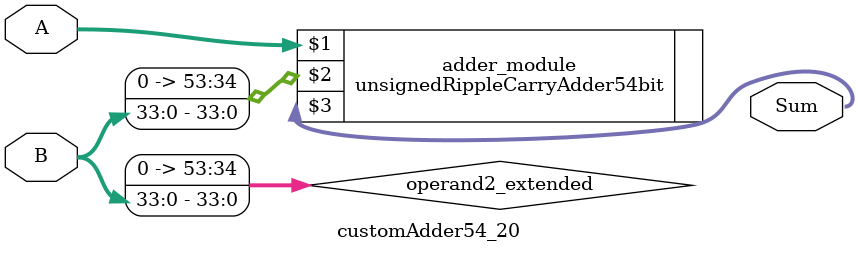
<source format=v>
module customAdder54_20(
                        input [53 : 0] A,
                        input [33 : 0] B,
                        
                        output [54 : 0] Sum
                );

        wire [53 : 0] operand2_extended;
        
        assign operand2_extended =  {20'b0, B};
        
        unsignedRippleCarryAdder54bit adder_module(
            A,
            operand2_extended,
            Sum
        );
        
        endmodule
        
</source>
